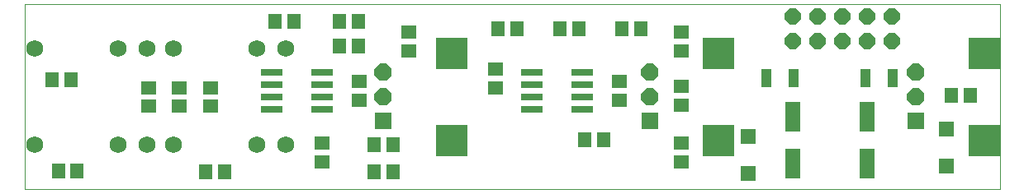
<source format=gts>
G75*
%MOIN*%
%OFA0B0*%
%FSLAX24Y24*%
%IPPOS*%
%LPD*%
%AMOC8*
5,1,8,0,0,1.08239X$1,22.5*
%
%ADD10C,0.0000*%
%ADD11R,0.0631X0.0552*%
%ADD12R,0.0552X0.0631*%
%ADD13R,0.0700X0.0700*%
%ADD14OC8,0.0700*%
%ADD15R,0.1267X0.1267*%
%ADD16C,0.0690*%
%ADD17OC8,0.0640*%
%ADD18R,0.0591X0.1221*%
%ADD19R,0.0906X0.0276*%
%ADD20R,0.0434X0.0749*%
%ADD21R,0.0591X0.0591*%
D10*
X001160Y002930D02*
X001160Y010430D01*
X040530Y010430D01*
X040530Y002930D01*
X001160Y002930D01*
D11*
X006160Y006306D03*
X007410Y006306D03*
X008660Y006306D03*
X008660Y007054D03*
X007410Y007054D03*
X006160Y007054D03*
X013160Y004804D03*
X013160Y004056D03*
X014660Y006556D03*
X014660Y007304D03*
X016660Y008556D03*
X016660Y009304D03*
X020160Y007804D03*
X020160Y007056D03*
X025160Y007304D03*
X027660Y007104D03*
X025160Y006556D03*
X027660Y006356D03*
X027660Y004804D03*
X027660Y004056D03*
X027660Y008556D03*
X027660Y009304D03*
D12*
X026034Y009430D03*
X025286Y009430D03*
X023534Y009430D03*
X022786Y009430D03*
X021034Y009430D03*
X020286Y009430D03*
X014634Y009730D03*
X013886Y009730D03*
X012034Y009730D03*
X011286Y009730D03*
X013886Y008730D03*
X014634Y008730D03*
X003034Y007380D03*
X002286Y007380D03*
X002536Y003680D03*
X003284Y003680D03*
X008486Y003630D03*
X009234Y003630D03*
X015286Y003630D03*
X016034Y003630D03*
X016034Y004730D03*
X015286Y004730D03*
X023786Y004930D03*
X024534Y004930D03*
X038586Y006730D03*
X039334Y006730D03*
D13*
X037154Y005696D03*
X026404Y005696D03*
X015654Y005696D03*
D14*
X015654Y006680D03*
X015654Y007664D03*
X026404Y007664D03*
X026404Y006680D03*
X037154Y006680D03*
X037154Y007664D03*
D15*
X039910Y008452D03*
X029160Y008452D03*
X018410Y008452D03*
X018410Y004908D03*
X029160Y004908D03*
X039910Y004908D03*
D16*
X011719Y004730D03*
X010538Y004730D03*
X007191Y004730D03*
X006119Y004730D03*
X004938Y004730D03*
X001591Y004730D03*
X001591Y008630D03*
X004938Y008630D03*
X006119Y008630D03*
X007191Y008630D03*
X010538Y008630D03*
X011719Y008630D03*
D17*
X032160Y008930D03*
X033160Y008930D03*
X034160Y008930D03*
X035160Y008930D03*
X036160Y008930D03*
X036160Y009930D03*
X035160Y009930D03*
X034160Y009930D03*
X033160Y009930D03*
X032160Y009930D03*
D18*
X032160Y005875D03*
X035160Y005875D03*
X035160Y003985D03*
X032160Y003985D03*
D19*
X023684Y006180D03*
X023684Y006680D03*
X023684Y007180D03*
X023684Y007680D03*
X021636Y007680D03*
X021636Y007180D03*
X021636Y006680D03*
X021636Y006180D03*
X013184Y006180D03*
X013184Y006680D03*
X013184Y007180D03*
X013184Y007680D03*
X011136Y007680D03*
X011136Y007180D03*
X011136Y006680D03*
X011136Y006180D03*
D20*
X031109Y007430D03*
X032211Y007430D03*
X035109Y007430D03*
X036211Y007430D03*
D21*
X038360Y005378D03*
X038360Y003882D03*
X030360Y003582D03*
X030360Y005078D03*
M02*

</source>
